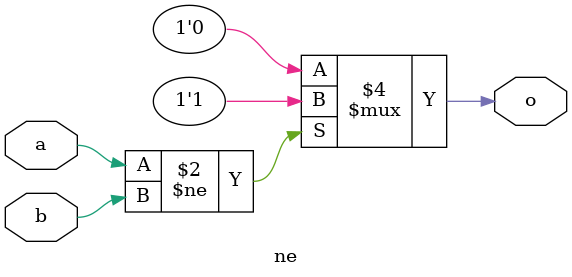
<source format=v>
`timescale 1ns / 1ps


module ne(
    input a,
    input b,
    output reg o
    );
    
    always @ (a or b) begin
        if (a!=b) o = 1;
        else o = 0;
    end
    
endmodule

</source>
